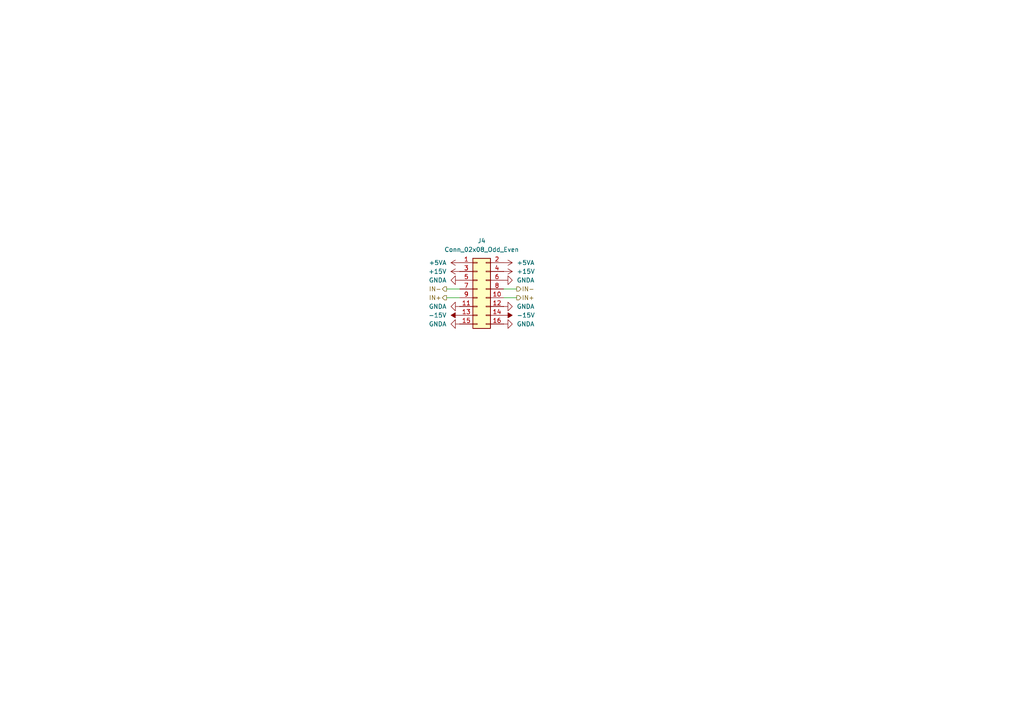
<source format=kicad_sch>
(kicad_sch (version 20250114) (generator "eeschema") (generator_version "9.0")
  (paper "A4")
  (lib_symbols
    (symbol "Connector_Generic:Conn_02x08_Odd_Even" (pin_names (offset 1.016) (hide yes))
      (property "Reference" "J" (at 1.27 10.16 0))
      (property "Value" "Conn_02x08_Odd_Even" (at 1.27 -12.7 0))
      (symbol "Conn_02x08_Odd_Even_1_1"
        (rectangle (start -1.27 8.89) (end 3.81 -11.43) (stroke (width 0.254)) (fill (type background)))
        (rectangle (start -1.27 7.747) (end 0 7.493) (stroke (width 0.1524)))
        (rectangle (start -1.27 5.207) (end 0 4.953) (stroke (width 0.1524)))
        (rectangle (start -1.27 2.667) (end 0 2.413) (stroke (width 0.1524)))
        (rectangle (start -1.27 0.127) (end 0 -0.127) (stroke (width 0.1524)))
        (rectangle (start -1.27 -2.413) (end 0 -2.667) (stroke (width 0.1524)))
        (rectangle (start -1.27 -4.953) (end 0 -5.207) (stroke (width 0.1524)))
        (rectangle (start -1.27 -7.493) (end 0 -7.747) (stroke (width 0.1524)))
        (rectangle (start -1.27 -10.033) (end 0 -10.287) (stroke (width 0.1524)))
        (rectangle (start 3.81 7.747) (end 2.54 7.493) (stroke (width 0.1524)))
        (rectangle (start 3.81 5.207) (end 2.54 4.953) (stroke (width 0.1524)))
        (rectangle (start 3.81 2.667) (end 2.54 2.413) (stroke (width 0.1524)))
        (rectangle (start 3.81 0.127) (end 2.54 -0.127) (stroke (width 0.1524)))
        (rectangle (start 3.81 -2.413) (end 2.54 -2.667) (stroke (width 0.1524)))
        (rectangle (start 3.81 -4.953) (end 2.54 -5.207) (stroke (width 0.1524)))
        (rectangle (start 3.81 -7.493) (end 2.54 -7.747) (stroke (width 0.1524)))
        (rectangle (start 3.81 -10.033) (end 2.54 -10.287) (stroke (width 0.1524)))
        (pin passive line (at -5.08 7.62 0) (length 3.81) (name "Pin_1") (number "1"))
        (pin passive line (at -5.08 5.08 0) (length 3.81) (name "Pin_3") (number "3"))
        (pin passive line (at -5.08 2.54 0) (length 3.81) (name "Pin_5") (number "5"))
        (pin passive line (at -5.08 0 0) (length 3.81) (name "Pin_7") (number "7"))
        (pin passive line (at -5.08 -2.54 0) (length 3.81) (name "Pin_9") (number "9"))
        (pin passive line (at -5.08 -5.08 0) (length 3.81) (name "Pin_11") (number "11"))
        (pin passive line (at -5.08 -7.62 0) (length 3.81) (name "Pin_13") (number "13"))
        (pin passive line (at -5.08 -10.16 0) (length 3.81) (name "Pin_15") (number "15"))
        (pin passive line (at 7.62 7.62 180) (length 3.81) (name "Pin_2") (number "2"))
        (pin passive line (at 7.62 5.08 180) (length 3.81) (name "Pin_4") (number "4"))
        (pin passive line (at 7.62 2.54 180) (length 3.81) (name "Pin_6") (number "6"))
        (pin passive line (at 7.62 0 180) (length 3.81) (name "Pin_8") (number "8"))
        (pin passive line (at 7.62 -2.54 180) (length 3.81) (name "Pin_10") (number "10"))
        (pin passive line (at 7.62 -5.08 180) (length 3.81) (name "Pin_12") (number "12"))
        (pin passive line (at 7.62 -7.62 180) (length 3.81) (name "Pin_14") (number "14"))
        (pin passive line (at 7.62 -10.16 180) (length 3.81) (name "Pin_16") (number "16"))
      )
    )
    (symbol "power:+15V" (power) (pin_numbers (hide yes)) (pin_names (offset 0) (hide yes))
      (property "Value" "+15V" (at 0 3.556 0))
      (symbol "+15V_0_1"
        (polyline (pts (xy -0.762 1.27) (xy 0 2.54)))
        (polyline (pts (xy 0 2.54) (xy 0.762 1.27)))
        (polyline (pts (xy 0 0) (xy 0 2.54)))
      )
      (symbol "+15V_1_1"
        (pin power_in line (at 0 0 90) (length 0) (name "~") (number "1"))
      )
    )
    (symbol "power:+5VA" (power) (pin_numbers (hide yes)) (pin_names (offset 0) (hide yes))
      (property "Value" "+5VA" (at 0 3.556 0))
      (symbol "+5VA_0_1"
        (polyline (pts (xy -0.762 1.27) (xy 0 2.54)))
        (polyline (pts (xy 0 2.54) (xy 0.762 1.27)))
        (polyline (pts (xy 0 0) (xy 0 2.54)))
      )
      (symbol "+5VA_1_1"
        (pin power_in line (at 0 0 90) (length 0) (name "~") (number "1"))
      )
    )
    (symbol "power:-15V" (power) (pin_numbers (hide yes)) (pin_names (offset 0) (hide yes))
      (property "Value" "-15V" (at 0 3.556 0))
      (symbol "-15V_0_0"
        (pin power_in line (at 0 0 90) (length 0) (name "~") (number "1"))
      )
      (symbol "-15V_0_1"
        (polyline (pts (xy 0 0) (xy 0 1.27) (xy 0.762 1.27) (xy 0 2.54) (xy -0.762 1.27) (xy 0 1.27)) (fill (type outline)))
      )
    )
    (symbol "power:GNDA" (power) (pin_numbers (hide yes)) (pin_names (offset 0) (hide yes))
      (property "Value" "GNDA" (at 0 -3.81 0))
      (symbol "GNDA_0_1"
        (polyline (pts (xy 0 0) (xy 0 -1.27) (xy 1.27 -1.27) (xy 0 -2.54) (xy -1.27 -1.27) (xy 0 -1.27)))
      )
      (symbol "GNDA_1_1"
        (pin power_in line (at 0 0 270) (length 0) (name "~") (number "1"))
      )
    )
  )
  (wire (pts (xy 149.86 83.82) (xy 146.05 83.82)))
  (wire (pts (xy 129.54 86.36) (xy 133.35 86.36)))
  (wire (pts (xy 149.86 86.36) (xy 146.05 86.36)))
  (wire (pts (xy 129.54 83.82) (xy 133.35 83.82)))
  (hierarchical_label "IN-" (shape output) (at 129.54 83.82 180))
  (hierarchical_label "IN-" (shape output) (at 149.86 83.82 0))
  (hierarchical_label "IN+" (shape output) (at 149.86 86.36 0))
  (hierarchical_label "IN+" (shape output) (at 129.54 86.36 180))
  (symbol (lib_id "power:-15V") (at 146.05 91.44 270) (unit 1)
    (property "Reference" "#PWR0125" (effects (hide yes)))
    (property "Value" "-15V" (at 149.86 91.4399 90) (effects (justify left)))
    (property "Description" "Power symbol creates a global label with name \"-15V\"" (effects (hide yes)))
  )
  (symbol (lib_id "power:-15V") (at 133.35 91.44 90) (unit 1)
    (property "Reference" "#PWR0119" (effects (hide yes)))
    (property "Value" "-15V" (at 129.54 91.4399 90) (effects (justify left)))
    (property "Description" "Power symbol creates a global label with name \"-15V\"" (effects (hide yes)))
  )
  (symbol (lib_id "power:GNDA") (at 133.35 81.28 270) (unit 1)
    (property "Reference" "#PWR0117" (effects (hide yes)))
    (property "Value" "GNDA" (at 129.54 81.2799 90) (effects (justify right)))
    (property "Description" "Power symbol creates a global label with name \"GNDA\" , analog ground" (effects (hide yes)))
  )
  (symbol (lib_id "power:+15V") (at 146.05 78.74 270) (unit 1)
    (property "Reference" "#PWR0122" (effects (hide yes)))
    (property "Value" "+15V" (at 149.86 78.7399 90) (effects (justify left)))
    (property "Description" "Power symbol creates a global label with name \"+15V\"" (effects (hide yes)))
  )
  (symbol (lib_id "power:GNDA") (at 133.35 88.9 270) (unit 1)
    (property "Reference" "#PWR0118" (effects (hide yes)))
    (property "Value" "GNDA" (at 129.54 88.8999 90) (effects (justify right)))
    (property "Description" "Power symbol creates a global label with name \"GNDA\" , analog ground" (effects (hide yes)))
  )
  (symbol (lib_id "power:GNDA") (at 146.05 81.28 90) (unit 1)
    (property "Reference" "#PWR0123" (effects (hide yes)))
    (property "Value" "GNDA" (at 149.86 81.2799 90) (effects (justify right)))
    (property "Description" "Power symbol creates a global label with name \"GNDA\" , analog ground" (effects (hide yes)))
  )
  (symbol (lib_id "power:GNDA") (at 133.35 93.98 270) (unit 1)
    (property "Reference" "#PWR0120" (effects (hide yes)))
    (property "Value" "GNDA" (at 129.54 93.9799 90) (effects (justify right)))
    (property "Description" "Power symbol creates a global label with name \"GNDA\" , analog ground" (effects (hide yes)))
  )
  (symbol (lib_id "power:+5VA") (at 146.05 76.2 270) (unit 1)
    (property "Reference" "#PWR0121" (effects (hide yes)))
    (property "Value" "+5VA" (at 149.86 76.1999 90) (effects (justify left)))
    (property "Description" "Power symbol creates a global label with name \"+5VA\"" (effects (hide yes)))
  )
  (symbol (lib_id "power:+15V") (at 133.35 78.74 90) (unit 1)
    (property "Reference" "#PWR0116" (effects (hide yes)))
    (property "Value" "+15V" (at 129.54 78.7399 90) (effects (justify left)))
    (property "Description" "Power symbol creates a global label with name \"+15V\"" (effects (hide yes)))
  )
  (symbol (lib_id "power:GNDA") (at 146.05 93.98 90) (unit 1)
    (property "Reference" "#PWR0126" (effects (hide yes)))
    (property "Value" "GNDA" (at 149.86 93.9799 90) (effects (justify right)))
    (property "Description" "Power symbol creates a global label with name \"GNDA\" , analog ground" (effects (hide yes)))
  )
  (symbol (lib_id "power:GNDA") (at 146.05 88.9 90) (unit 1)
    (property "Reference" "#PWR0124" (effects (hide yes)))
    (property "Value" "GNDA" (at 149.86 88.8999 90) (effects (justify right)))
    (property "Description" "Power symbol creates a global label with name \"GNDA\" , analog ground" (effects (hide yes)))
  )
  (symbol (lib_id "power:+5VA") (at 133.35 76.2 90) (unit 1)
    (property "Reference" "#PWR0115" (effects (hide yes)))
    (property "Value" "+5VA" (at 129.54 76.1999 90) (effects (justify left)))
    (property "Description" "Power symbol creates a global label with name \"+5VA\"" (effects (hide yes)))
  )
  (symbol (lib_id "Connector_Generic:Conn_02x08_Odd_Even") (at 138.43 83.82 0) (unit 1)
    (property "Reference" "J4" (at 139.7 69.85 0))
    (property "Value" "Conn_02x08_Odd_Even" (at 139.7 72.39 0))
    (property "Footprint" "Connector_PinHeader_1.27mm:PinHeader_2x08_P1.27mm_Vertical_SMD" (effects (hide yes)))
    (property "Description" "Generic connector, double row, 02x08, odd/even pin numbering scheme (row 1 odd numbers, row 2 even numbers), script generated (kicad-library-utils/schlib/autogen/connector/)" (effects (hide yes)))
  )
)
</source>
